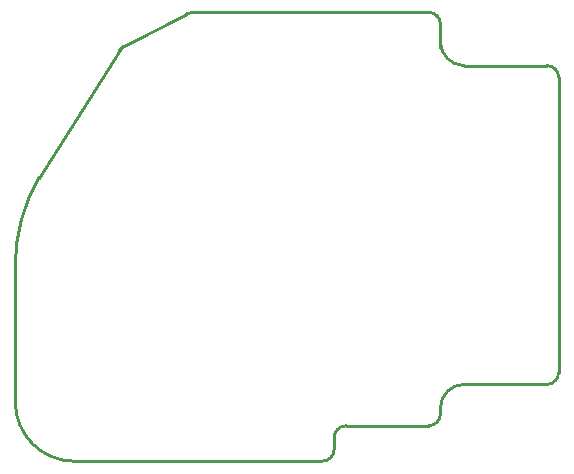
<source format=gm1>
G04*
G04 #@! TF.GenerationSoftware,Altium Limited,Altium Designer,24.4.1 (13)*
G04*
G04 Layer_Color=16711935*
%FSLAX44Y44*%
%MOMM*%
G71*
G04*
G04 #@! TF.SameCoordinates,756635CD-87F4-41CE-B67A-FD93177F9C21*
G04*
G04*
G04 #@! TF.FilePolarity,Positive*
G04*
G01*
G75*
%ADD25C,0.2540*%
D25*
X20000Y240000D02*
G03*
X-96Y165000I129904J-75000D01*
G01*
X92071Y351589D02*
G03*
X88411Y347929I5000J-8660D01*
G01*
X150000Y380000D02*
G03*
X145000Y378660I0J-10000D01*
G01*
X0Y50000D02*
G03*
X50000Y0I50000J0D01*
G01*
X360000Y370000D02*
G03*
X350000Y380000I-10000J0D01*
G01*
X360000Y355000D02*
G03*
X380000Y335000I20000J0D01*
G01*
X460000Y325000D02*
G03*
X450000Y335000I-10000J0D01*
G01*
Y65000D02*
G03*
X460000Y75000I0J10000D01*
G01*
X380000Y65000D02*
G03*
X360000Y45000I0J-20000D01*
G01*
X350000Y30000D02*
G03*
X360000Y40000I0J10000D01*
G01*
X280000Y30000D02*
G03*
X270000Y20000I0J-10000D01*
G01*
X260000Y0D02*
G03*
X270000Y10000I0J10000D01*
G01*
X92071Y351589D02*
X145000Y378660D01*
X20000Y240000D02*
X88411Y347929D01*
X0Y50000D02*
Y165000D01*
X380000Y335000D02*
X450000D01*
X360000Y350000D02*
Y370000D01*
Y40000D02*
Y45000D01*
X460000Y75000D02*
Y325000D01*
X270000Y10000D02*
Y20000D01*
X380000Y65000D02*
X450000D01*
X150000Y380000D02*
X350000D01*
X50000Y-0D02*
X260000Y0D01*
X280000Y30000D02*
X350000D01*
M02*

</source>
